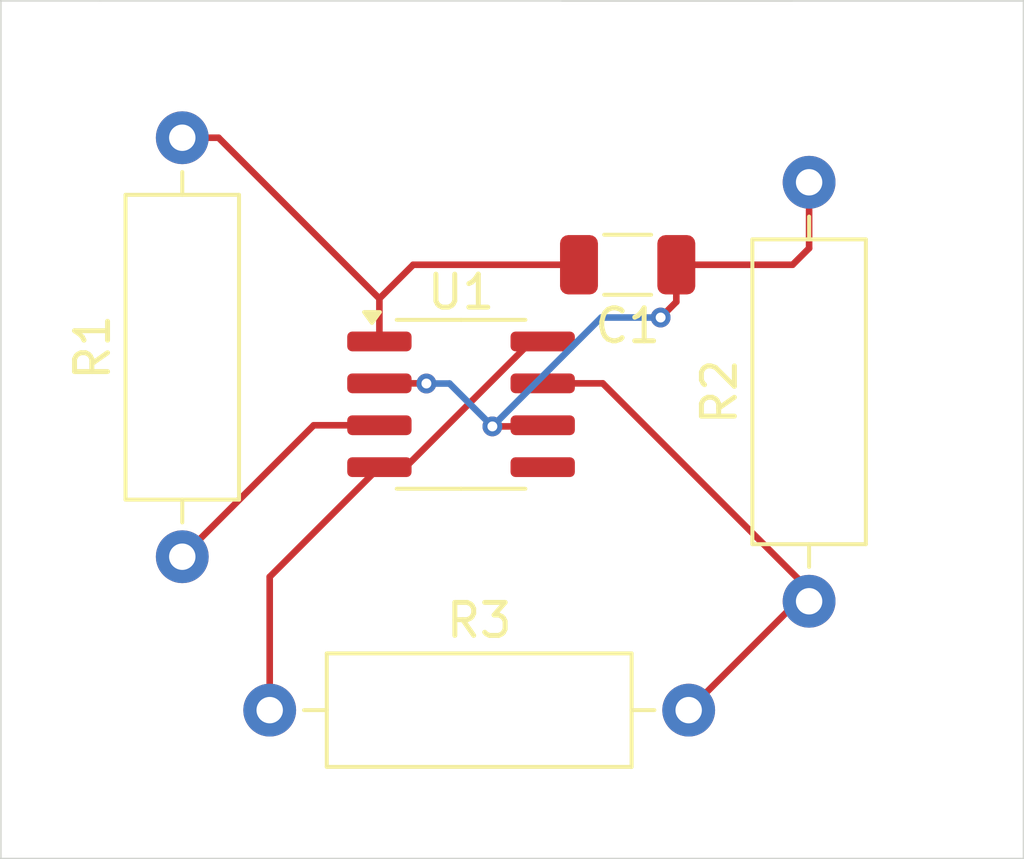
<source format=kicad_pcb>
(kicad_pcb (version 20241229) (generator "pcbnew") (generator_version "9.0")
  (layers (0 "F.Cu" signal) (2 "B.Cu" signal) (13 "F.Paste" user) (15 "B.Paste" user) (5 "F.SilkS" user "F.Silkscreen") (7 "B.SilkS" user "B.Silkscreen") (1 "F.Mask" user) (3 "B.Mask" user) (25 "Edge.Cuts" user))
  (net 0 "")
  (net 1 "Net-(U1-THR)")
  (net 2 "GND")
  (net 3 "Net-(U1-Q)")
  (net 4 "Net-(U1-DIS)")
  (net 5 "+5V")
  (footprint "Capacitor_SMD:C_1206_3216Metric" (layer "F.Cu") (at 120 110 180)
    (property "Reference" "C1" (at 0 -1.85 180) (layer "F.SilkS"))
    (property "Value" "C")
    (fp_line (start -0.711252 0.91) (end 0.711252 0.91) (stroke (width 0.12)) (layer "F.SilkS"))
    (fp_line (start -0.711252 -0.91) (end 0.711252 -0.91) (stroke (width 0.12)) (layer "F.SilkS"))
    (pad "1" smd roundrect (at -1.475 0 180) (size 1.15 1.8) (layers "F.Cu" "F.Mask" "F.Paste") (roundrect_rratio 0.217391) (net 1 "Net-(U1-THR)"))
    (pad "2" smd roundrect (at 1.475 0 180) (size 1.15 1.8) (layers "F.Cu" "F.Mask" "F.Paste") (roundrect_rratio 0.217391) (net 2 "GND"))
  )
  (footprint "Package_SO:SOIC-8_3.9x4.9mm_P1.27mm" (layer "F.Cu") (at 114.95 114.23)
    (property "Reference" "U1" (at 0 -3.4 0) (layer "F.SilkS"))
    (property "Value" "ICM7555xP")
    (fp_line (start 0 -2.56) (end -1.95 -2.56) (stroke (width 0.12)) (layer "F.SilkS"))
    (fp_line (start 0 -2.56) (end 1.95 -2.56) (stroke (width 0.12)) (layer "F.SilkS"))
    (fp_line (start 0 2.56) (end -1.95 2.56) (stroke (width 0.12)) (layer "F.SilkS"))
    (fp_line (start 0 2.56) (end 1.95 2.56) (stroke (width 0.12)) (layer "F.SilkS"))
    (fp_poly (pts (xy -2.7 -2.465) (xy -2.94 -2.795) (xy -2.46 -2.795) (xy -2.7 -2.465)) (stroke (width 0.12)) (fill yes) (layer "F.SilkS"))
    (pad "1" smd roundrect (at -2.475 -1.905) (size 1.95 0.6) (layers "F.Cu" "F.Mask" "F.Paste") (net 2 "GND"))
    (pad "2" smd roundrect (at -2.475 -0.635) (size 1.95 0.6) (layers "F.Cu" "F.Mask" "F.Paste") (net 1 "Net-(U1-THR)"))
    (pad "3" smd roundrect (at -2.475 0.635) (size 1.95 0.6) (layers "F.Cu" "F.Mask" "F.Paste") (net 3 "Net-(U1-Q)"))
    (pad "4" smd roundrect (at -2.475 1.905) (size 1.95 0.6) (layers "F.Cu" "F.Mask" "F.Paste") (net 5 "+5V"))
    (pad "5" smd roundrect (at 2.475 1.905) (size 1.95 0.6) (layers "F.Cu" "F.Mask" "F.Paste"))
    (pad "6" smd roundrect (at 2.475 0.635) (size 1.95 0.6) (layers "F.Cu" "F.Mask" "F.Paste") (net 1 "Net-(U1-THR)"))
    (pad "7" smd roundrect (at 2.475 -0.635) (size 1.95 0.6) (layers "F.Cu" "F.Mask" "F.Paste") (net 4 "Net-(U1-DIS)"))
    (pad "8" smd roundrect (at 2.475 -1.905) (size 1.95 0.6) (layers "F.Cu" "F.Mask" "F.Paste") (net 5 "+5V"))
  )
  (footprint "Resistor_THT:R_Axial_DIN0309_L9.0mm_D3.2mm_P12.70mm_Horizontal" (layer "F.Cu") (at 125.5 120.2 90)
    (property "Reference" "R2" (at 6.35 -2.72 90) (layer "F.SilkS"))
    (property "Value" "R")
    (fp_line (start 10.97 -1.72) (end 1.73 -1.72) (stroke (width 0.12)) (layer "F.SilkS"))
    (fp_line (start 1.73 -1.72) (end 1.73 1.72) (stroke (width 0.12)) (layer "F.SilkS"))
    (fp_line (start 11.66 0) (end 10.97 0) (stroke (width 0.12)) (layer "F.SilkS"))
    (fp_line (start 1.04 0) (end 1.73 0) (stroke (width 0.12)) (layer "F.SilkS"))
    (fp_line (start 10.97 1.72) (end 10.97 -1.72) (stroke (width 0.12)) (layer "F.SilkS"))
    (fp_line (start 1.73 1.72) (end 10.97 1.72) (stroke (width 0.12)) (layer "F.SilkS"))
    (pad "1" thru_hole circle (at 0 0 90) (size 1.6 1.6) (drill 0.8) (layers "*.Cu" "*.Mask") (net 4 "Net-(U1-DIS)"))
    (pad "2" thru_hole oval (at 12.7 0 90) (size 1.6 1.6) (drill 0.8) (layers "*.Cu" "*.Mask") (net 1 "Net-(U1-THR)"))
  )
  (footprint "Resistor_THT:R_Axial_DIN0309_L9.0mm_D3.2mm_P12.70mm_Horizontal" (layer "F.Cu") (at 106.5 118.85 90)
    (property "Reference" "R1" (at 6.35 -2.72 90) (layer "F.SilkS"))
    (property "Value" "R")
    (fp_line (start 10.97 -1.72) (end 1.73 -1.72) (stroke (width 0.12)) (layer "F.SilkS"))
    (fp_line (start 1.73 -1.72) (end 1.73 1.72) (stroke (width 0.12)) (layer "F.SilkS"))
    (fp_line (start 11.66 0) (end 10.97 0) (stroke (width 0.12)) (layer "F.SilkS"))
    (fp_line (start 1.04 0) (end 1.73 0) (stroke (width 0.12)) (layer "F.SilkS"))
    (fp_line (start 10.97 1.72) (end 10.97 -1.72) (stroke (width 0.12)) (layer "F.SilkS"))
    (fp_line (start 1.73 1.72) (end 10.97 1.72) (stroke (width 0.12)) (layer "F.SilkS"))
    (pad "1" thru_hole circle (at 0 0 90) (size 1.6 1.6) (drill 0.8) (layers "*.Cu" "*.Mask") (net 3 "Net-(U1-Q)"))
    (pad "2" thru_hole oval (at 12.7 0 90) (size 1.6 1.6) (drill 0.8) (layers "*.Cu" "*.Mask") (net 2 "GND"))
  )
  (footprint "Resistor_THT:R_Axial_DIN0309_L9.0mm_D3.2mm_P12.70mm_Horizontal" (layer "F.Cu") (at 109.15 123.5)
    (property "Reference" "R3" (at 6.35 -2.72 0) (layer "F.SilkS"))
    (property "Value" "R")
    (fp_line (start 1.04 0) (end 1.73 0) (stroke (width 0.12)) (layer "F.SilkS"))
    (fp_line (start 1.73 -1.72) (end 1.73 1.72) (stroke (width 0.12)) (layer "F.SilkS"))
    (fp_line (start 1.73 1.72) (end 10.97 1.72) (stroke (width 0.12)) (layer "F.SilkS"))
    (fp_line (start 10.97 -1.72) (end 1.73 -1.72) (stroke (width 0.12)) (layer "F.SilkS"))
    (fp_line (start 10.97 1.72) (end 10.97 -1.72) (stroke (width 0.12)) (layer "F.SilkS"))
    (fp_line (start 11.66 0) (end 10.97 0) (stroke (width 0.12)) (layer "F.SilkS"))
    (pad "1" thru_hole circle (at 0 0) (size 1.6 1.6) (drill 0.8) (layers "*.Cu" "*.Mask") (net 5 "+5V"))
    (pad "2" thru_hole oval (at 12.7 0) (size 1.6 1.6) (drill 0.8) (layers "*.Cu" "*.Mask") (net 4 "Net-(U1-DIS)"))
  )
  (gr_line (start 101 128) (end 101 102) (stroke (width 0.05)) (layer "Edge.Cuts"))
  (gr_line (start 132 102) (end 118 102) (stroke (width 0.05)) (layer "Edge.Cuts"))
  (gr_line (start 132 102) (end 132 128) (stroke (width 0.05)) (layer "Edge.Cuts"))
  (gr_line (start 101 102) (end 104 102) (stroke (width 0.05)) (layer "Edge.Cuts"))
  (gr_line (start 104 102) (end 132 102) (stroke (width 0.05)) (layer "Edge.Cuts"))
  (gr_line (start 118 102) (end 125 102) (stroke (width 0.05)) (layer "Edge.Cuts"))
  (gr_line (start 132 128) (end 101 128) (stroke (width 0.05)) (layer "Edge.Cuts"))
  (segment (start 121.475 111.125) (end 121 111.6) (width 0.2) (layer "F.Cu") (net 1))
  (segment (start 125 110) (end 125.5 109.5) (width 0.2) (layer "F.Cu") (net 1))
  (segment (start 117.39 114.9) (end 117.425 114.865) (width 0.2) (layer "F.Cu") (net 1))
  (segment (start 112.475 113.595) (end 113.895 113.595) (width 0.2) (layer "F.Cu") (net 1))
  (segment (start 113.895 113.595) (end 113.9 113.6) (width 0.2) (layer "F.Cu") (net 1))
  (segment (start 121.475 110) (end 125 110) (width 0.2) (layer "F.Cu") (net 1))
  (segment (start 121.475 110) (end 121.475 111.125) (width 0.2) (layer "F.Cu") (net 1))
  (segment (start 115.9 114.9) (end 117.39 114.9) (width 0.2) (layer "F.Cu") (net 1))
  (segment (start 125.5 109.5) (end 125.5 107.5) (width 0.2) (layer "F.Cu") (net 1))
  (segment (start 112.475 113.595) (end 112.475 113.525) (width 0.2) (layer "F.Cu") (net 1))
  (segment (start 112.475 113.525) (end 112.5 113.5) (width 0.2) (layer "F.Cu") (net 1))
  (via (at 121 111.6) (size 0.6) (drill 0.3) (layers "F.Cu" "B.Cu") (net 1))
  (via (at 113.9 113.6) (size 0.6) (drill 0.3) (layers "F.Cu" "B.Cu") (net 1))
  (via (at 115.9 114.9) (size 0.6) (drill 0.3) (layers "F.Cu" "B.Cu") (net 1))
  (segment (start 113.9 113.6) (end 114.6 113.6) (width 0.2) (layer "B.Cu") (net 1))
  (segment (start 114.6 113.6) (end 115.9 114.9) (width 0.2) (layer "B.Cu") (net 1))
  (segment (start 121 111.6) (end 119.2 111.6) (width 0.2) (layer "B.Cu") (net 1))
  (segment (start 119.2 111.6) (end 115.9 114.9) (width 0.2) (layer "B.Cu") (net 1))
  (segment (start 112.475 111.025) (end 112.475 112.325) (width 0.2) (layer "F.Cu") (net 2))
  (segment (start 106.5 106.15) (end 107.6 106.15) (width 0.2) (layer "F.Cu") (net 2))
  (segment (start 107.6 106.15) (end 112.475 111.025) (width 0.2) (layer "F.Cu") (net 2))
  (segment (start 118.525 110) (end 113.5 110) (width 0.2) (layer "F.Cu") (net 2))
  (segment (start 113.5 110) (end 112.475 111.025) (width 0.2) (layer "F.Cu") (net 2))
  (segment (start 106.5 118.85) (end 110.485 114.865) (width 0.2) (layer "F.Cu") (net 3))
  (segment (start 110.485 114.865) (end 112.475 114.865) (width 0.2) (layer "F.Cu") (net 3))
  (segment (start 125.5 119.85) (end 121.85 123.5) (width 0.2) (layer "F.Cu") (net 4))
  (segment (start 119.245 113.595) (end 117.425 113.595) (width 0.2) (layer "F.Cu") (net 4))
  (segment (start 125.5 119.85) (end 119.245 113.595) (width 0.2) (layer "F.Cu") (net 4))
  (segment (start 109.15 119.46) (end 112.475 116.135) (width 0.2) (layer "F.Cu") (net 5))
  (segment (start 113.268032 116.135) (end 117.078032 112.325) (width 0.2) (layer "F.Cu") (net 5))
  (segment (start 117.078032 112.325) (end 117.425 112.325) (width 0.2) (layer "F.Cu") (net 5))
  (segment (start 112.475 116.135) (end 113.268032 116.135) (width 0.2) (layer "F.Cu") (net 5))
  (segment (start 109.15 123.5) (end 109.15 119.46) (width 0.2) (layer "F.Cu") (net 5))
)
</source>
